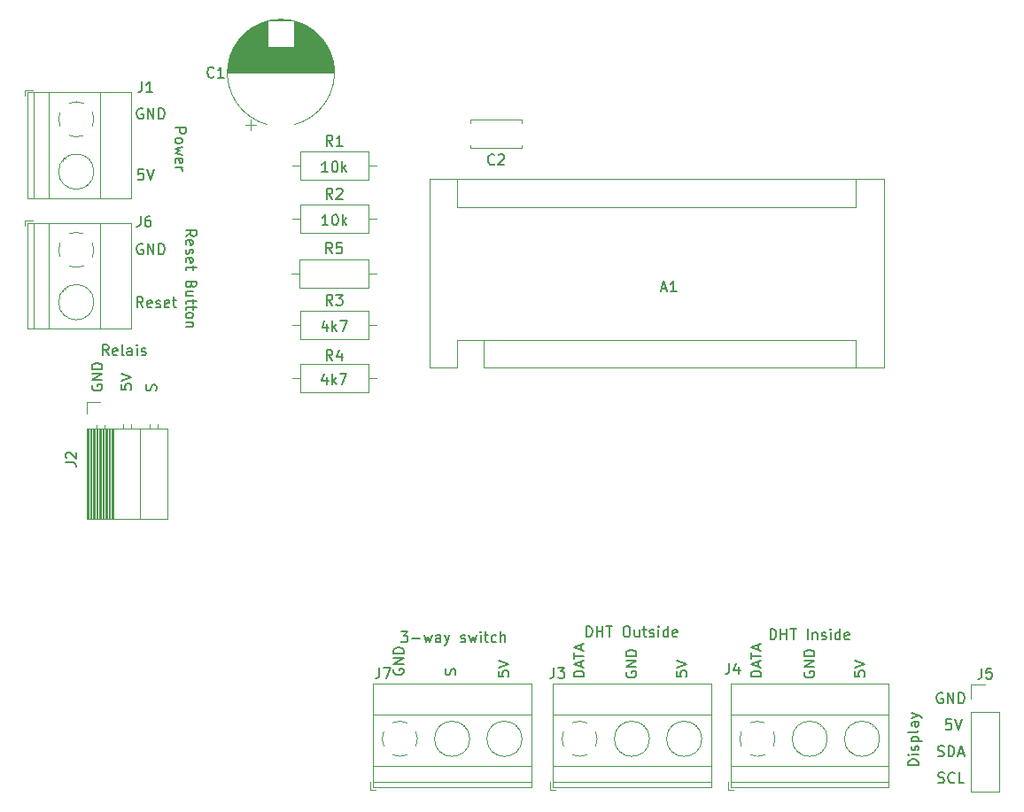
<source format=gbr>
%TF.GenerationSoftware,KiCad,Pcbnew,(6.0.6)*%
%TF.CreationDate,2022-06-23T22:13:12+02:00*%
%TF.ProjectId,dewpoint-pcb,64657770-6f69-46e7-942d-7063622e6b69,1.0*%
%TF.SameCoordinates,Original*%
%TF.FileFunction,Legend,Top*%
%TF.FilePolarity,Positive*%
%FSLAX46Y46*%
G04 Gerber Fmt 4.6, Leading zero omitted, Abs format (unit mm)*
G04 Created by KiCad (PCBNEW (6.0.6)) date 2022-06-23 22:13:12*
%MOMM*%
%LPD*%
G01*
G04 APERTURE LIST*
%ADD10C,0.150000*%
%ADD11C,0.120000*%
G04 APERTURE END LIST*
D10*
X117864000Y-99059904D02*
X117816380Y-99155142D01*
X117816380Y-99298000D01*
X117864000Y-99440857D01*
X117959238Y-99536095D01*
X118054476Y-99583714D01*
X118244952Y-99631333D01*
X118387809Y-99631333D01*
X118578285Y-99583714D01*
X118673523Y-99536095D01*
X118768761Y-99440857D01*
X118816380Y-99298000D01*
X118816380Y-99202761D01*
X118768761Y-99059904D01*
X118721142Y-99012285D01*
X118387809Y-99012285D01*
X118387809Y-99202761D01*
X118816380Y-98583714D02*
X117816380Y-98583714D01*
X118816380Y-98012285D01*
X117816380Y-98012285D01*
X118816380Y-97536095D02*
X117816380Y-97536095D01*
X117816380Y-97298000D01*
X117864000Y-97155142D01*
X117959238Y-97059904D01*
X118054476Y-97012285D01*
X118244952Y-96964666D01*
X118387809Y-96964666D01*
X118578285Y-97012285D01*
X118673523Y-97059904D01*
X118768761Y-97155142D01*
X118816380Y-97298000D01*
X118816380Y-97536095D01*
X105624380Y-98996476D02*
X105624380Y-99472666D01*
X106100571Y-99520285D01*
X106052952Y-99472666D01*
X106005333Y-99377428D01*
X106005333Y-99139333D01*
X106052952Y-99044095D01*
X106100571Y-98996476D01*
X106195809Y-98948857D01*
X106433904Y-98948857D01*
X106529142Y-98996476D01*
X106576761Y-99044095D01*
X106624380Y-99139333D01*
X106624380Y-99377428D01*
X106576761Y-99472666D01*
X106529142Y-99520285D01*
X105624380Y-98663142D02*
X106624380Y-98329809D01*
X105624380Y-97996476D01*
X88606380Y-98996476D02*
X88606380Y-99472666D01*
X89082571Y-99520285D01*
X89034952Y-99472666D01*
X88987333Y-99377428D01*
X88987333Y-99139333D01*
X89034952Y-99044095D01*
X89082571Y-98996476D01*
X89177809Y-98948857D01*
X89415904Y-98948857D01*
X89511142Y-98996476D01*
X89558761Y-99044095D01*
X89606380Y-99139333D01*
X89606380Y-99377428D01*
X89558761Y-99472666D01*
X89511142Y-99520285D01*
X88606380Y-98663142D02*
X89606380Y-98329809D01*
X88606380Y-97996476D01*
X114602095Y-95956380D02*
X114602095Y-94956380D01*
X114840190Y-94956380D01*
X114983047Y-95004000D01*
X115078285Y-95099238D01*
X115125904Y-95194476D01*
X115173523Y-95384952D01*
X115173523Y-95527809D01*
X115125904Y-95718285D01*
X115078285Y-95813523D01*
X114983047Y-95908761D01*
X114840190Y-95956380D01*
X114602095Y-95956380D01*
X115602095Y-95956380D02*
X115602095Y-94956380D01*
X115602095Y-95432571D02*
X116173523Y-95432571D01*
X116173523Y-95956380D02*
X116173523Y-94956380D01*
X116506857Y-94956380D02*
X117078285Y-94956380D01*
X116792571Y-95956380D02*
X116792571Y-94956380D01*
X118173523Y-95956380D02*
X118173523Y-94956380D01*
X118649714Y-95289714D02*
X118649714Y-95956380D01*
X118649714Y-95384952D02*
X118697333Y-95337333D01*
X118792571Y-95289714D01*
X118935428Y-95289714D01*
X119030666Y-95337333D01*
X119078285Y-95432571D01*
X119078285Y-95956380D01*
X119506857Y-95908761D02*
X119602095Y-95956380D01*
X119792571Y-95956380D01*
X119887809Y-95908761D01*
X119935428Y-95813523D01*
X119935428Y-95765904D01*
X119887809Y-95670666D01*
X119792571Y-95623047D01*
X119649714Y-95623047D01*
X119554476Y-95575428D01*
X119506857Y-95480190D01*
X119506857Y-95432571D01*
X119554476Y-95337333D01*
X119649714Y-95289714D01*
X119792571Y-95289714D01*
X119887809Y-95337333D01*
X120364000Y-95956380D02*
X120364000Y-95289714D01*
X120364000Y-94956380D02*
X120316380Y-95004000D01*
X120364000Y-95051619D01*
X120411619Y-95004000D01*
X120364000Y-94956380D01*
X120364000Y-95051619D01*
X121268761Y-95956380D02*
X121268761Y-94956380D01*
X121268761Y-95908761D02*
X121173523Y-95956380D01*
X120983047Y-95956380D01*
X120887809Y-95908761D01*
X120840190Y-95861142D01*
X120792571Y-95765904D01*
X120792571Y-95480190D01*
X120840190Y-95384952D01*
X120887809Y-95337333D01*
X120983047Y-95289714D01*
X121173523Y-95289714D01*
X121268761Y-95337333D01*
X122125904Y-95908761D02*
X122030666Y-95956380D01*
X121840190Y-95956380D01*
X121744952Y-95908761D01*
X121697333Y-95813523D01*
X121697333Y-95432571D01*
X121744952Y-95337333D01*
X121840190Y-95289714D01*
X122030666Y-95289714D01*
X122125904Y-95337333D01*
X122173523Y-95432571D01*
X122173523Y-95527809D01*
X121697333Y-95623047D01*
X96798380Y-99544000D02*
X95798380Y-99544000D01*
X95798380Y-99305904D01*
X95846000Y-99163047D01*
X95941238Y-99067809D01*
X96036476Y-99020190D01*
X96226952Y-98972571D01*
X96369809Y-98972571D01*
X96560285Y-99020190D01*
X96655523Y-99067809D01*
X96750761Y-99163047D01*
X96798380Y-99305904D01*
X96798380Y-99544000D01*
X96512666Y-98591619D02*
X96512666Y-98115428D01*
X96798380Y-98686857D02*
X95798380Y-98353523D01*
X96798380Y-98020190D01*
X95798380Y-97829714D02*
X95798380Y-97258285D01*
X96798380Y-97544000D02*
X95798380Y-97544000D01*
X96512666Y-96972571D02*
X96512666Y-96496380D01*
X96798380Y-97067809D02*
X95798380Y-96734476D01*
X96798380Y-96401142D01*
X54641904Y-64206380D02*
X54308571Y-63730190D01*
X54070476Y-64206380D02*
X54070476Y-63206380D01*
X54451428Y-63206380D01*
X54546666Y-63254000D01*
X54594285Y-63301619D01*
X54641904Y-63396857D01*
X54641904Y-63539714D01*
X54594285Y-63634952D01*
X54546666Y-63682571D01*
X54451428Y-63730190D01*
X54070476Y-63730190D01*
X55451428Y-64158761D02*
X55356190Y-64206380D01*
X55165714Y-64206380D01*
X55070476Y-64158761D01*
X55022857Y-64063523D01*
X55022857Y-63682571D01*
X55070476Y-63587333D01*
X55165714Y-63539714D01*
X55356190Y-63539714D01*
X55451428Y-63587333D01*
X55499047Y-63682571D01*
X55499047Y-63777809D01*
X55022857Y-63873047D01*
X55880000Y-64158761D02*
X55975238Y-64206380D01*
X56165714Y-64206380D01*
X56260952Y-64158761D01*
X56308571Y-64063523D01*
X56308571Y-64015904D01*
X56260952Y-63920666D01*
X56165714Y-63873047D01*
X56022857Y-63873047D01*
X55927619Y-63825428D01*
X55880000Y-63730190D01*
X55880000Y-63682571D01*
X55927619Y-63587333D01*
X56022857Y-63539714D01*
X56165714Y-63539714D01*
X56260952Y-63587333D01*
X57118095Y-64158761D02*
X57022857Y-64206380D01*
X56832380Y-64206380D01*
X56737142Y-64158761D01*
X56689523Y-64063523D01*
X56689523Y-63682571D01*
X56737142Y-63587333D01*
X56832380Y-63539714D01*
X57022857Y-63539714D01*
X57118095Y-63587333D01*
X57165714Y-63682571D01*
X57165714Y-63777809D01*
X56689523Y-63873047D01*
X57451428Y-63539714D02*
X57832380Y-63539714D01*
X57594285Y-63206380D02*
X57594285Y-64063523D01*
X57641904Y-64158761D01*
X57737142Y-64206380D01*
X57832380Y-64206380D01*
X122642380Y-98996476D02*
X122642380Y-99472666D01*
X123118571Y-99520285D01*
X123070952Y-99472666D01*
X123023333Y-99377428D01*
X123023333Y-99139333D01*
X123070952Y-99044095D01*
X123118571Y-98996476D01*
X123213809Y-98948857D01*
X123451904Y-98948857D01*
X123547142Y-98996476D01*
X123594761Y-99044095D01*
X123642380Y-99139333D01*
X123642380Y-99377428D01*
X123594761Y-99472666D01*
X123547142Y-99520285D01*
X122642380Y-98663142D02*
X123642380Y-98329809D01*
X122642380Y-97996476D01*
X54610095Y-58174000D02*
X54514857Y-58126380D01*
X54372000Y-58126380D01*
X54229142Y-58174000D01*
X54133904Y-58269238D01*
X54086285Y-58364476D01*
X54038666Y-58554952D01*
X54038666Y-58697809D01*
X54086285Y-58888285D01*
X54133904Y-58983523D01*
X54229142Y-59078761D01*
X54372000Y-59126380D01*
X54467238Y-59126380D01*
X54610095Y-59078761D01*
X54657714Y-59031142D01*
X54657714Y-58697809D01*
X54467238Y-58697809D01*
X55086285Y-59126380D02*
X55086285Y-58126380D01*
X55657714Y-59126380D01*
X55657714Y-58126380D01*
X56133904Y-59126380D02*
X56133904Y-58126380D01*
X56372000Y-58126380D01*
X56514857Y-58174000D01*
X56610095Y-58269238D01*
X56657714Y-58364476D01*
X56705333Y-58554952D01*
X56705333Y-58697809D01*
X56657714Y-58888285D01*
X56610095Y-58983523D01*
X56514857Y-59078761D01*
X56372000Y-59126380D01*
X56133904Y-59126380D01*
X54610095Y-45220000D02*
X54514857Y-45172380D01*
X54372000Y-45172380D01*
X54229142Y-45220000D01*
X54133904Y-45315238D01*
X54086285Y-45410476D01*
X54038666Y-45600952D01*
X54038666Y-45743809D01*
X54086285Y-45934285D01*
X54133904Y-46029523D01*
X54229142Y-46124761D01*
X54372000Y-46172380D01*
X54467238Y-46172380D01*
X54610095Y-46124761D01*
X54657714Y-46077142D01*
X54657714Y-45743809D01*
X54467238Y-45743809D01*
X55086285Y-46172380D02*
X55086285Y-45172380D01*
X55657714Y-46172380D01*
X55657714Y-45172380D01*
X56133904Y-46172380D02*
X56133904Y-45172380D01*
X56372000Y-45172380D01*
X56514857Y-45220000D01*
X56610095Y-45315238D01*
X56657714Y-45410476D01*
X56705333Y-45600952D01*
X56705333Y-45743809D01*
X56657714Y-45934285D01*
X56610095Y-46029523D01*
X56514857Y-46124761D01*
X56372000Y-46172380D01*
X56133904Y-46172380D01*
X131064095Y-101100000D02*
X130968857Y-101052380D01*
X130826000Y-101052380D01*
X130683142Y-101100000D01*
X130587904Y-101195238D01*
X130540285Y-101290476D01*
X130492666Y-101480952D01*
X130492666Y-101623809D01*
X130540285Y-101814285D01*
X130587904Y-101909523D01*
X130683142Y-102004761D01*
X130826000Y-102052380D01*
X130921238Y-102052380D01*
X131064095Y-102004761D01*
X131111714Y-101957142D01*
X131111714Y-101623809D01*
X130921238Y-101623809D01*
X131540285Y-102052380D02*
X131540285Y-101052380D01*
X132111714Y-102052380D01*
X132111714Y-101052380D01*
X132587904Y-102052380D02*
X132587904Y-101052380D01*
X132826000Y-101052380D01*
X132968857Y-101100000D01*
X133064095Y-101195238D01*
X133111714Y-101290476D01*
X133159333Y-101480952D01*
X133159333Y-101623809D01*
X133111714Y-101814285D01*
X133064095Y-101909523D01*
X132968857Y-102004761D01*
X132826000Y-102052380D01*
X132587904Y-102052380D01*
X79304190Y-95210380D02*
X79923238Y-95210380D01*
X79589904Y-95591333D01*
X79732761Y-95591333D01*
X79828000Y-95638952D01*
X79875619Y-95686571D01*
X79923238Y-95781809D01*
X79923238Y-96019904D01*
X79875619Y-96115142D01*
X79828000Y-96162761D01*
X79732761Y-96210380D01*
X79447047Y-96210380D01*
X79351809Y-96162761D01*
X79304190Y-96115142D01*
X80351809Y-95829428D02*
X81113714Y-95829428D01*
X81494666Y-95543714D02*
X81685142Y-96210380D01*
X81875619Y-95734190D01*
X82066095Y-96210380D01*
X82256571Y-95543714D01*
X83066095Y-96210380D02*
X83066095Y-95686571D01*
X83018476Y-95591333D01*
X82923238Y-95543714D01*
X82732761Y-95543714D01*
X82637523Y-95591333D01*
X83066095Y-96162761D02*
X82970857Y-96210380D01*
X82732761Y-96210380D01*
X82637523Y-96162761D01*
X82589904Y-96067523D01*
X82589904Y-95972285D01*
X82637523Y-95877047D01*
X82732761Y-95829428D01*
X82970857Y-95829428D01*
X83066095Y-95781809D01*
X83447047Y-95543714D02*
X83685142Y-96210380D01*
X83923238Y-95543714D02*
X83685142Y-96210380D01*
X83589904Y-96448476D01*
X83542285Y-96496095D01*
X83447047Y-96543714D01*
X85018476Y-96162761D02*
X85113714Y-96210380D01*
X85304190Y-96210380D01*
X85399428Y-96162761D01*
X85447047Y-96067523D01*
X85447047Y-96019904D01*
X85399428Y-95924666D01*
X85304190Y-95877047D01*
X85161333Y-95877047D01*
X85066095Y-95829428D01*
X85018476Y-95734190D01*
X85018476Y-95686571D01*
X85066095Y-95591333D01*
X85161333Y-95543714D01*
X85304190Y-95543714D01*
X85399428Y-95591333D01*
X85780380Y-95543714D02*
X85970857Y-96210380D01*
X86161333Y-95734190D01*
X86351809Y-96210380D01*
X86542285Y-95543714D01*
X86923238Y-96210380D02*
X86923238Y-95543714D01*
X86923238Y-95210380D02*
X86875619Y-95258000D01*
X86923238Y-95305619D01*
X86970857Y-95258000D01*
X86923238Y-95210380D01*
X86923238Y-95305619D01*
X87256571Y-95543714D02*
X87637523Y-95543714D01*
X87399428Y-95210380D02*
X87399428Y-96067523D01*
X87447047Y-96162761D01*
X87542285Y-96210380D01*
X87637523Y-96210380D01*
X88399428Y-96162761D02*
X88304190Y-96210380D01*
X88113714Y-96210380D01*
X88018476Y-96162761D01*
X87970857Y-96115142D01*
X87923238Y-96019904D01*
X87923238Y-95734190D01*
X87970857Y-95638952D01*
X88018476Y-95591333D01*
X88113714Y-95543714D01*
X88304190Y-95543714D01*
X88399428Y-95591333D01*
X88828000Y-96210380D02*
X88828000Y-95210380D01*
X89256571Y-96210380D02*
X89256571Y-95686571D01*
X89208952Y-95591333D01*
X89113714Y-95543714D01*
X88970857Y-95543714D01*
X88875619Y-95591333D01*
X88828000Y-95638952D01*
X131889523Y-103592380D02*
X131413333Y-103592380D01*
X131365714Y-104068571D01*
X131413333Y-104020952D01*
X131508571Y-103973333D01*
X131746666Y-103973333D01*
X131841904Y-104020952D01*
X131889523Y-104068571D01*
X131937142Y-104163809D01*
X131937142Y-104401904D01*
X131889523Y-104497142D01*
X131841904Y-104544761D01*
X131746666Y-104592380D01*
X131508571Y-104592380D01*
X131413333Y-104544761D01*
X131365714Y-104497142D01*
X132222857Y-103592380D02*
X132556190Y-104592380D01*
X132889523Y-103592380D01*
X97012666Y-95702380D02*
X97012666Y-94702380D01*
X97250761Y-94702380D01*
X97393619Y-94750000D01*
X97488857Y-94845238D01*
X97536476Y-94940476D01*
X97584095Y-95130952D01*
X97584095Y-95273809D01*
X97536476Y-95464285D01*
X97488857Y-95559523D01*
X97393619Y-95654761D01*
X97250761Y-95702380D01*
X97012666Y-95702380D01*
X98012666Y-95702380D02*
X98012666Y-94702380D01*
X98012666Y-95178571D02*
X98584095Y-95178571D01*
X98584095Y-95702380D02*
X98584095Y-94702380D01*
X98917428Y-94702380D02*
X99488857Y-94702380D01*
X99203142Y-95702380D02*
X99203142Y-94702380D01*
X100774571Y-94702380D02*
X100965047Y-94702380D01*
X101060285Y-94750000D01*
X101155523Y-94845238D01*
X101203142Y-95035714D01*
X101203142Y-95369047D01*
X101155523Y-95559523D01*
X101060285Y-95654761D01*
X100965047Y-95702380D01*
X100774571Y-95702380D01*
X100679333Y-95654761D01*
X100584095Y-95559523D01*
X100536476Y-95369047D01*
X100536476Y-95035714D01*
X100584095Y-94845238D01*
X100679333Y-94750000D01*
X100774571Y-94702380D01*
X102060285Y-95035714D02*
X102060285Y-95702380D01*
X101631714Y-95035714D02*
X101631714Y-95559523D01*
X101679333Y-95654761D01*
X101774571Y-95702380D01*
X101917428Y-95702380D01*
X102012666Y-95654761D01*
X102060285Y-95607142D01*
X102393619Y-95035714D02*
X102774571Y-95035714D01*
X102536476Y-94702380D02*
X102536476Y-95559523D01*
X102584095Y-95654761D01*
X102679333Y-95702380D01*
X102774571Y-95702380D01*
X103060285Y-95654761D02*
X103155523Y-95702380D01*
X103346000Y-95702380D01*
X103441238Y-95654761D01*
X103488857Y-95559523D01*
X103488857Y-95511904D01*
X103441238Y-95416666D01*
X103346000Y-95369047D01*
X103203142Y-95369047D01*
X103107904Y-95321428D01*
X103060285Y-95226190D01*
X103060285Y-95178571D01*
X103107904Y-95083333D01*
X103203142Y-95035714D01*
X103346000Y-95035714D01*
X103441238Y-95083333D01*
X103917428Y-95702380D02*
X103917428Y-95035714D01*
X103917428Y-94702380D02*
X103869809Y-94750000D01*
X103917428Y-94797619D01*
X103965047Y-94750000D01*
X103917428Y-94702380D01*
X103917428Y-94797619D01*
X104822190Y-95702380D02*
X104822190Y-94702380D01*
X104822190Y-95654761D02*
X104726952Y-95702380D01*
X104536476Y-95702380D01*
X104441238Y-95654761D01*
X104393619Y-95607142D01*
X104346000Y-95511904D01*
X104346000Y-95226190D01*
X104393619Y-95130952D01*
X104441238Y-95083333D01*
X104536476Y-95035714D01*
X104726952Y-95035714D01*
X104822190Y-95083333D01*
X105679333Y-95654761D02*
X105584095Y-95702380D01*
X105393619Y-95702380D01*
X105298380Y-95654761D01*
X105250761Y-95559523D01*
X105250761Y-95178571D01*
X105298380Y-95083333D01*
X105393619Y-95035714D01*
X105584095Y-95035714D01*
X105679333Y-95083333D01*
X105726952Y-95178571D01*
X105726952Y-95273809D01*
X105250761Y-95369047D01*
X128770380Y-107992380D02*
X127770380Y-107992380D01*
X127770380Y-107754285D01*
X127818000Y-107611428D01*
X127913238Y-107516190D01*
X128008476Y-107468571D01*
X128198952Y-107420952D01*
X128341809Y-107420952D01*
X128532285Y-107468571D01*
X128627523Y-107516190D01*
X128722761Y-107611428D01*
X128770380Y-107754285D01*
X128770380Y-107992380D01*
X128770380Y-106992380D02*
X128103714Y-106992380D01*
X127770380Y-106992380D02*
X127818000Y-107040000D01*
X127865619Y-106992380D01*
X127818000Y-106944761D01*
X127770380Y-106992380D01*
X127865619Y-106992380D01*
X128722761Y-106563809D02*
X128770380Y-106468571D01*
X128770380Y-106278095D01*
X128722761Y-106182857D01*
X128627523Y-106135238D01*
X128579904Y-106135238D01*
X128484666Y-106182857D01*
X128437047Y-106278095D01*
X128437047Y-106420952D01*
X128389428Y-106516190D01*
X128294190Y-106563809D01*
X128246571Y-106563809D01*
X128151333Y-106516190D01*
X128103714Y-106420952D01*
X128103714Y-106278095D01*
X128151333Y-106182857D01*
X128103714Y-105706666D02*
X129103714Y-105706666D01*
X128151333Y-105706666D02*
X128103714Y-105611428D01*
X128103714Y-105420952D01*
X128151333Y-105325714D01*
X128198952Y-105278095D01*
X128294190Y-105230476D01*
X128579904Y-105230476D01*
X128675142Y-105278095D01*
X128722761Y-105325714D01*
X128770380Y-105420952D01*
X128770380Y-105611428D01*
X128722761Y-105706666D01*
X128770380Y-104659047D02*
X128722761Y-104754285D01*
X128627523Y-104801904D01*
X127770380Y-104801904D01*
X128770380Y-103849523D02*
X128246571Y-103849523D01*
X128151333Y-103897142D01*
X128103714Y-103992380D01*
X128103714Y-104182857D01*
X128151333Y-104278095D01*
X128722761Y-103849523D02*
X128770380Y-103944761D01*
X128770380Y-104182857D01*
X128722761Y-104278095D01*
X128627523Y-104325714D01*
X128532285Y-104325714D01*
X128437047Y-104278095D01*
X128389428Y-104182857D01*
X128389428Y-103944761D01*
X128341809Y-103849523D01*
X128103714Y-103468571D02*
X128770380Y-103230476D01*
X128103714Y-102992380D02*
X128770380Y-103230476D01*
X129008476Y-103325714D01*
X129056095Y-103373333D01*
X129103714Y-103468571D01*
X54967238Y-71596285D02*
X54919619Y-71739142D01*
X54919619Y-71977238D01*
X54967238Y-72072476D01*
X55014857Y-72120095D01*
X55110095Y-72167714D01*
X55205333Y-72167714D01*
X55300571Y-72120095D01*
X55348190Y-72072476D01*
X55395809Y-71977238D01*
X55443428Y-71786761D01*
X55491047Y-71691523D01*
X55538666Y-71643904D01*
X55633904Y-71596285D01*
X55729142Y-71596285D01*
X55824380Y-71643904D01*
X55872000Y-71691523D01*
X55919619Y-71786761D01*
X55919619Y-72024857D01*
X55872000Y-72167714D01*
X58729619Y-57420380D02*
X59205809Y-57087047D01*
X58729619Y-56848952D02*
X59729619Y-56848952D01*
X59729619Y-57229904D01*
X59682000Y-57325142D01*
X59634380Y-57372761D01*
X59539142Y-57420380D01*
X59396285Y-57420380D01*
X59301047Y-57372761D01*
X59253428Y-57325142D01*
X59205809Y-57229904D01*
X59205809Y-56848952D01*
X58777238Y-58229904D02*
X58729619Y-58134666D01*
X58729619Y-57944190D01*
X58777238Y-57848952D01*
X58872476Y-57801333D01*
X59253428Y-57801333D01*
X59348666Y-57848952D01*
X59396285Y-57944190D01*
X59396285Y-58134666D01*
X59348666Y-58229904D01*
X59253428Y-58277523D01*
X59158190Y-58277523D01*
X59062952Y-57801333D01*
X58777238Y-58658476D02*
X58729619Y-58753714D01*
X58729619Y-58944190D01*
X58777238Y-59039428D01*
X58872476Y-59087047D01*
X58920095Y-59087047D01*
X59015333Y-59039428D01*
X59062952Y-58944190D01*
X59062952Y-58801333D01*
X59110571Y-58706095D01*
X59205809Y-58658476D01*
X59253428Y-58658476D01*
X59348666Y-58706095D01*
X59396285Y-58801333D01*
X59396285Y-58944190D01*
X59348666Y-59039428D01*
X58777238Y-59896571D02*
X58729619Y-59801333D01*
X58729619Y-59610857D01*
X58777238Y-59515619D01*
X58872476Y-59468000D01*
X59253428Y-59468000D01*
X59348666Y-59515619D01*
X59396285Y-59610857D01*
X59396285Y-59801333D01*
X59348666Y-59896571D01*
X59253428Y-59944190D01*
X59158190Y-59944190D01*
X59062952Y-59468000D01*
X59396285Y-60229904D02*
X59396285Y-60610857D01*
X59729619Y-60372761D02*
X58872476Y-60372761D01*
X58777238Y-60420380D01*
X58729619Y-60515619D01*
X58729619Y-60610857D01*
X59253428Y-62039428D02*
X59205809Y-62182285D01*
X59158190Y-62229904D01*
X59062952Y-62277523D01*
X58920095Y-62277523D01*
X58824857Y-62229904D01*
X58777238Y-62182285D01*
X58729619Y-62087047D01*
X58729619Y-61706095D01*
X59729619Y-61706095D01*
X59729619Y-62039428D01*
X59682000Y-62134666D01*
X59634380Y-62182285D01*
X59539142Y-62229904D01*
X59443904Y-62229904D01*
X59348666Y-62182285D01*
X59301047Y-62134666D01*
X59253428Y-62039428D01*
X59253428Y-61706095D01*
X59396285Y-63134666D02*
X58729619Y-63134666D01*
X59396285Y-62706095D02*
X58872476Y-62706095D01*
X58777238Y-62753714D01*
X58729619Y-62848952D01*
X58729619Y-62991809D01*
X58777238Y-63087047D01*
X58824857Y-63134666D01*
X59396285Y-63468000D02*
X59396285Y-63848952D01*
X59729619Y-63610857D02*
X58872476Y-63610857D01*
X58777238Y-63658476D01*
X58729619Y-63753714D01*
X58729619Y-63848952D01*
X59396285Y-64039428D02*
X59396285Y-64420380D01*
X59729619Y-64182285D02*
X58872476Y-64182285D01*
X58777238Y-64229904D01*
X58729619Y-64325142D01*
X58729619Y-64420380D01*
X58729619Y-64896571D02*
X58777238Y-64801333D01*
X58824857Y-64753714D01*
X58920095Y-64706095D01*
X59205809Y-64706095D01*
X59301047Y-64753714D01*
X59348666Y-64801333D01*
X59396285Y-64896571D01*
X59396285Y-65039428D01*
X59348666Y-65134666D01*
X59301047Y-65182285D01*
X59205809Y-65229904D01*
X58920095Y-65229904D01*
X58824857Y-65182285D01*
X58777238Y-65134666D01*
X58729619Y-65039428D01*
X58729619Y-64896571D01*
X59396285Y-65658476D02*
X58729619Y-65658476D01*
X59301047Y-65658476D02*
X59348666Y-65706095D01*
X59396285Y-65801333D01*
X59396285Y-65944190D01*
X59348666Y-66039428D01*
X59253428Y-66087047D01*
X58729619Y-66087047D01*
X130611714Y-107084761D02*
X130754571Y-107132380D01*
X130992666Y-107132380D01*
X131087904Y-107084761D01*
X131135523Y-107037142D01*
X131183142Y-106941904D01*
X131183142Y-106846666D01*
X131135523Y-106751428D01*
X131087904Y-106703809D01*
X130992666Y-106656190D01*
X130802190Y-106608571D01*
X130706952Y-106560952D01*
X130659333Y-106513333D01*
X130611714Y-106418095D01*
X130611714Y-106322857D01*
X130659333Y-106227619D01*
X130706952Y-106180000D01*
X130802190Y-106132380D01*
X131040285Y-106132380D01*
X131183142Y-106180000D01*
X131611714Y-107132380D02*
X131611714Y-106132380D01*
X131849809Y-106132380D01*
X131992666Y-106180000D01*
X132087904Y-106275238D01*
X132135523Y-106370476D01*
X132183142Y-106560952D01*
X132183142Y-106703809D01*
X132135523Y-106894285D01*
X132087904Y-106989523D01*
X131992666Y-107084761D01*
X131849809Y-107132380D01*
X131611714Y-107132380D01*
X132564095Y-106846666D02*
X133040285Y-106846666D01*
X132468857Y-107132380D02*
X132802190Y-106132380D01*
X133135523Y-107132380D01*
X130635523Y-109624761D02*
X130778380Y-109672380D01*
X131016476Y-109672380D01*
X131111714Y-109624761D01*
X131159333Y-109577142D01*
X131206952Y-109481904D01*
X131206952Y-109386666D01*
X131159333Y-109291428D01*
X131111714Y-109243809D01*
X131016476Y-109196190D01*
X130826000Y-109148571D01*
X130730761Y-109100952D01*
X130683142Y-109053333D01*
X130635523Y-108958095D01*
X130635523Y-108862857D01*
X130683142Y-108767619D01*
X130730761Y-108720000D01*
X130826000Y-108672380D01*
X131064095Y-108672380D01*
X131206952Y-108720000D01*
X132206952Y-109577142D02*
X132159333Y-109624761D01*
X132016476Y-109672380D01*
X131921238Y-109672380D01*
X131778380Y-109624761D01*
X131683142Y-109529523D01*
X131635523Y-109434285D01*
X131587904Y-109243809D01*
X131587904Y-109100952D01*
X131635523Y-108910476D01*
X131683142Y-108815238D01*
X131778380Y-108720000D01*
X131921238Y-108672380D01*
X132016476Y-108672380D01*
X132159333Y-108720000D01*
X132206952Y-108767619D01*
X133111714Y-109672380D02*
X132635523Y-109672380D01*
X132635523Y-108672380D01*
X51355809Y-68778380D02*
X51022476Y-68302190D01*
X50784380Y-68778380D02*
X50784380Y-67778380D01*
X51165333Y-67778380D01*
X51260571Y-67826000D01*
X51308190Y-67873619D01*
X51355809Y-67968857D01*
X51355809Y-68111714D01*
X51308190Y-68206952D01*
X51260571Y-68254571D01*
X51165333Y-68302190D01*
X50784380Y-68302190D01*
X52165333Y-68730761D02*
X52070095Y-68778380D01*
X51879619Y-68778380D01*
X51784380Y-68730761D01*
X51736761Y-68635523D01*
X51736761Y-68254571D01*
X51784380Y-68159333D01*
X51879619Y-68111714D01*
X52070095Y-68111714D01*
X52165333Y-68159333D01*
X52212952Y-68254571D01*
X52212952Y-68349809D01*
X51736761Y-68445047D01*
X52784380Y-68778380D02*
X52689142Y-68730761D01*
X52641523Y-68635523D01*
X52641523Y-67778380D01*
X53593904Y-68778380D02*
X53593904Y-68254571D01*
X53546285Y-68159333D01*
X53451047Y-68111714D01*
X53260571Y-68111714D01*
X53165333Y-68159333D01*
X53593904Y-68730761D02*
X53498666Y-68778380D01*
X53260571Y-68778380D01*
X53165333Y-68730761D01*
X53117714Y-68635523D01*
X53117714Y-68540285D01*
X53165333Y-68445047D01*
X53260571Y-68397428D01*
X53498666Y-68397428D01*
X53593904Y-68349809D01*
X54070095Y-68778380D02*
X54070095Y-68111714D01*
X54070095Y-67778380D02*
X54022476Y-67826000D01*
X54070095Y-67873619D01*
X54117714Y-67826000D01*
X54070095Y-67778380D01*
X54070095Y-67873619D01*
X54498666Y-68730761D02*
X54593904Y-68778380D01*
X54784380Y-68778380D01*
X54879619Y-68730761D01*
X54927238Y-68635523D01*
X54927238Y-68587904D01*
X54879619Y-68492666D01*
X54784380Y-68445047D01*
X54641523Y-68445047D01*
X54546285Y-68397428D01*
X54498666Y-68302190D01*
X54498666Y-68254571D01*
X54546285Y-68159333D01*
X54641523Y-68111714D01*
X54784380Y-68111714D01*
X54879619Y-68159333D01*
X113736380Y-99544000D02*
X112736380Y-99544000D01*
X112736380Y-99305904D01*
X112784000Y-99163047D01*
X112879238Y-99067809D01*
X112974476Y-99020190D01*
X113164952Y-98972571D01*
X113307809Y-98972571D01*
X113498285Y-99020190D01*
X113593523Y-99067809D01*
X113688761Y-99163047D01*
X113736380Y-99305904D01*
X113736380Y-99544000D01*
X113450666Y-98591619D02*
X113450666Y-98115428D01*
X113736380Y-98686857D02*
X112736380Y-98353523D01*
X113736380Y-98020190D01*
X112736380Y-97829714D02*
X112736380Y-97258285D01*
X113736380Y-97544000D02*
X112736380Y-97544000D01*
X113450666Y-96972571D02*
X113450666Y-96496380D01*
X113736380Y-97067809D02*
X112736380Y-96734476D01*
X113736380Y-96401142D01*
X78604000Y-98805904D02*
X78556380Y-98901142D01*
X78556380Y-99044000D01*
X78604000Y-99186857D01*
X78699238Y-99282095D01*
X78794476Y-99329714D01*
X78984952Y-99377333D01*
X79127809Y-99377333D01*
X79318285Y-99329714D01*
X79413523Y-99282095D01*
X79508761Y-99186857D01*
X79556380Y-99044000D01*
X79556380Y-98948761D01*
X79508761Y-98805904D01*
X79461142Y-98758285D01*
X79127809Y-98758285D01*
X79127809Y-98948761D01*
X79556380Y-98329714D02*
X78556380Y-98329714D01*
X79556380Y-97758285D01*
X78556380Y-97758285D01*
X79556380Y-97282095D02*
X78556380Y-97282095D01*
X78556380Y-97044000D01*
X78604000Y-96901142D01*
X78699238Y-96805904D01*
X78794476Y-96758285D01*
X78984952Y-96710666D01*
X79127809Y-96710666D01*
X79318285Y-96758285D01*
X79413523Y-96805904D01*
X79508761Y-96901142D01*
X79556380Y-97044000D01*
X79556380Y-97282095D01*
X54673523Y-51014380D02*
X54197333Y-51014380D01*
X54149714Y-51490571D01*
X54197333Y-51442952D01*
X54292571Y-51395333D01*
X54530666Y-51395333D01*
X54625904Y-51442952D01*
X54673523Y-51490571D01*
X54721142Y-51585809D01*
X54721142Y-51823904D01*
X54673523Y-51919142D01*
X54625904Y-51966761D01*
X54530666Y-52014380D01*
X54292571Y-52014380D01*
X54197333Y-51966761D01*
X54149714Y-51919142D01*
X55006857Y-51014380D02*
X55340190Y-52014380D01*
X55673523Y-51014380D01*
X52538380Y-71564476D02*
X52538380Y-72040666D01*
X53014571Y-72088285D01*
X52966952Y-72040666D01*
X52919333Y-71945428D01*
X52919333Y-71707333D01*
X52966952Y-71612095D01*
X53014571Y-71564476D01*
X53109809Y-71516857D01*
X53347904Y-71516857D01*
X53443142Y-71564476D01*
X53490761Y-71612095D01*
X53538380Y-71707333D01*
X53538380Y-71945428D01*
X53490761Y-72040666D01*
X53443142Y-72088285D01*
X52538380Y-71231142D02*
X53538380Y-70897809D01*
X52538380Y-70564476D01*
X84478761Y-99345714D02*
X84526380Y-99202857D01*
X84526380Y-98964761D01*
X84478761Y-98869523D01*
X84431142Y-98821904D01*
X84335904Y-98774285D01*
X84240666Y-98774285D01*
X84145428Y-98821904D01*
X84097809Y-98869523D01*
X84050190Y-98964761D01*
X84002571Y-99155238D01*
X83954952Y-99250476D01*
X83907333Y-99298095D01*
X83812095Y-99345714D01*
X83716857Y-99345714D01*
X83621619Y-99298095D01*
X83574000Y-99250476D01*
X83526380Y-99155238D01*
X83526380Y-98917142D01*
X83574000Y-98774285D01*
X57713619Y-47045809D02*
X58713619Y-47045809D01*
X58713619Y-47426761D01*
X58666000Y-47522000D01*
X58618380Y-47569619D01*
X58523142Y-47617238D01*
X58380285Y-47617238D01*
X58285047Y-47569619D01*
X58237428Y-47522000D01*
X58189809Y-47426761D01*
X58189809Y-47045809D01*
X57713619Y-48188666D02*
X57761238Y-48093428D01*
X57808857Y-48045809D01*
X57904095Y-47998190D01*
X58189809Y-47998190D01*
X58285047Y-48045809D01*
X58332666Y-48093428D01*
X58380285Y-48188666D01*
X58380285Y-48331523D01*
X58332666Y-48426761D01*
X58285047Y-48474380D01*
X58189809Y-48522000D01*
X57904095Y-48522000D01*
X57808857Y-48474380D01*
X57761238Y-48426761D01*
X57713619Y-48331523D01*
X57713619Y-48188666D01*
X58380285Y-48855333D02*
X57713619Y-49045809D01*
X58189809Y-49236285D01*
X57713619Y-49426761D01*
X58380285Y-49617238D01*
X57761238Y-50379142D02*
X57713619Y-50283904D01*
X57713619Y-50093428D01*
X57761238Y-49998190D01*
X57856476Y-49950571D01*
X58237428Y-49950571D01*
X58332666Y-49998190D01*
X58380285Y-50093428D01*
X58380285Y-50283904D01*
X58332666Y-50379142D01*
X58237428Y-50426761D01*
X58142190Y-50426761D01*
X58046952Y-49950571D01*
X57713619Y-50855333D02*
X58380285Y-50855333D01*
X58189809Y-50855333D02*
X58285047Y-50902952D01*
X58332666Y-50950571D01*
X58380285Y-51045809D01*
X58380285Y-51141047D01*
X49792000Y-71627904D02*
X49744380Y-71723142D01*
X49744380Y-71866000D01*
X49792000Y-72008857D01*
X49887238Y-72104095D01*
X49982476Y-72151714D01*
X50172952Y-72199333D01*
X50315809Y-72199333D01*
X50506285Y-72151714D01*
X50601523Y-72104095D01*
X50696761Y-72008857D01*
X50744380Y-71866000D01*
X50744380Y-71770761D01*
X50696761Y-71627904D01*
X50649142Y-71580285D01*
X50315809Y-71580285D01*
X50315809Y-71770761D01*
X50744380Y-71151714D02*
X49744380Y-71151714D01*
X50744380Y-70580285D01*
X49744380Y-70580285D01*
X50744380Y-70104095D02*
X49744380Y-70104095D01*
X49744380Y-69866000D01*
X49792000Y-69723142D01*
X49887238Y-69627904D01*
X49982476Y-69580285D01*
X50172952Y-69532666D01*
X50315809Y-69532666D01*
X50506285Y-69580285D01*
X50601523Y-69627904D01*
X50696761Y-69723142D01*
X50744380Y-69866000D01*
X50744380Y-70104095D01*
X100846000Y-99059904D02*
X100798380Y-99155142D01*
X100798380Y-99298000D01*
X100846000Y-99440857D01*
X100941238Y-99536095D01*
X101036476Y-99583714D01*
X101226952Y-99631333D01*
X101369809Y-99631333D01*
X101560285Y-99583714D01*
X101655523Y-99536095D01*
X101750761Y-99440857D01*
X101798380Y-99298000D01*
X101798380Y-99202761D01*
X101750761Y-99059904D01*
X101703142Y-99012285D01*
X101369809Y-99012285D01*
X101369809Y-99202761D01*
X101798380Y-98583714D02*
X100798380Y-98583714D01*
X101798380Y-98012285D01*
X100798380Y-98012285D01*
X101798380Y-97536095D02*
X100798380Y-97536095D01*
X100798380Y-97298000D01*
X100846000Y-97155142D01*
X100941238Y-97059904D01*
X101036476Y-97012285D01*
X101226952Y-96964666D01*
X101369809Y-96964666D01*
X101560285Y-97012285D01*
X101655523Y-97059904D01*
X101750761Y-97155142D01*
X101798380Y-97298000D01*
X101798380Y-97536095D01*
%TO.C,R5*%
X72731333Y-59042380D02*
X72398000Y-58566190D01*
X72159904Y-59042380D02*
X72159904Y-58042380D01*
X72540857Y-58042380D01*
X72636095Y-58090000D01*
X72683714Y-58137619D01*
X72731333Y-58232857D01*
X72731333Y-58375714D01*
X72683714Y-58470952D01*
X72636095Y-58518571D01*
X72540857Y-58566190D01*
X72159904Y-58566190D01*
X73636095Y-58042380D02*
X73159904Y-58042380D01*
X73112285Y-58518571D01*
X73159904Y-58470952D01*
X73255142Y-58423333D01*
X73493238Y-58423333D01*
X73588476Y-58470952D01*
X73636095Y-58518571D01*
X73683714Y-58613809D01*
X73683714Y-58851904D01*
X73636095Y-58947142D01*
X73588476Y-58994761D01*
X73493238Y-59042380D01*
X73255142Y-59042380D01*
X73159904Y-58994761D01*
X73112285Y-58947142D01*
%TO.C,R2*%
X72753333Y-53842380D02*
X72420000Y-53366190D01*
X72181904Y-53842380D02*
X72181904Y-52842380D01*
X72562857Y-52842380D01*
X72658095Y-52890000D01*
X72705714Y-52937619D01*
X72753333Y-53032857D01*
X72753333Y-53175714D01*
X72705714Y-53270952D01*
X72658095Y-53318571D01*
X72562857Y-53366190D01*
X72181904Y-53366190D01*
X73134285Y-52937619D02*
X73181904Y-52890000D01*
X73277142Y-52842380D01*
X73515238Y-52842380D01*
X73610476Y-52890000D01*
X73658095Y-52937619D01*
X73705714Y-53032857D01*
X73705714Y-53128095D01*
X73658095Y-53270952D01*
X73086666Y-53842380D01*
X73705714Y-53842380D01*
X72324761Y-56332380D02*
X71753333Y-56332380D01*
X72039047Y-56332380D02*
X72039047Y-55332380D01*
X71943809Y-55475238D01*
X71848571Y-55570476D01*
X71753333Y-55618095D01*
X72943809Y-55332380D02*
X73039047Y-55332380D01*
X73134285Y-55380000D01*
X73181904Y-55427619D01*
X73229523Y-55522857D01*
X73277142Y-55713333D01*
X73277142Y-55951428D01*
X73229523Y-56141904D01*
X73181904Y-56237142D01*
X73134285Y-56284761D01*
X73039047Y-56332380D01*
X72943809Y-56332380D01*
X72848571Y-56284761D01*
X72800952Y-56237142D01*
X72753333Y-56141904D01*
X72705714Y-55951428D01*
X72705714Y-55713333D01*
X72753333Y-55522857D01*
X72800952Y-55427619D01*
X72848571Y-55380000D01*
X72943809Y-55332380D01*
X73705714Y-56332380D02*
X73705714Y-55332380D01*
X73800952Y-55951428D02*
X74086666Y-56332380D01*
X74086666Y-55665714D02*
X73705714Y-56046666D01*
%TO.C,*%
%TO.C,J5*%
X134794666Y-98722380D02*
X134794666Y-99436666D01*
X134747047Y-99579523D01*
X134651809Y-99674761D01*
X134508952Y-99722380D01*
X134413714Y-99722380D01*
X135747047Y-98722380D02*
X135270857Y-98722380D01*
X135223238Y-99198571D01*
X135270857Y-99150952D01*
X135366095Y-99103333D01*
X135604190Y-99103333D01*
X135699428Y-99150952D01*
X135747047Y-99198571D01*
X135794666Y-99293809D01*
X135794666Y-99531904D01*
X135747047Y-99627142D01*
X135699428Y-99674761D01*
X135604190Y-99722380D01*
X135366095Y-99722380D01*
X135270857Y-99674761D01*
X135223238Y-99627142D01*
%TO.C,C1*%
X61401333Y-42134819D02*
X61353714Y-42182438D01*
X61210857Y-42230057D01*
X61115619Y-42230057D01*
X60972761Y-42182438D01*
X60877523Y-42087200D01*
X60829904Y-41991962D01*
X60782285Y-41801486D01*
X60782285Y-41658629D01*
X60829904Y-41468153D01*
X60877523Y-41372915D01*
X60972761Y-41277677D01*
X61115619Y-41230057D01*
X61210857Y-41230057D01*
X61353714Y-41277677D01*
X61401333Y-41325296D01*
X62353714Y-42230057D02*
X61782285Y-42230057D01*
X62068000Y-42230057D02*
X62068000Y-41230057D01*
X61972761Y-41372915D01*
X61877523Y-41468153D01*
X61782285Y-41515772D01*
%TO.C,*%
%TO.C,J7*%
X77246666Y-98653380D02*
X77246666Y-99367666D01*
X77199047Y-99510523D01*
X77103809Y-99605761D01*
X76960952Y-99653380D01*
X76865714Y-99653380D01*
X77627619Y-98653380D02*
X78294285Y-98653380D01*
X77865714Y-99653380D01*
%TO.C,A1*%
X104187714Y-62396666D02*
X104663904Y-62396666D01*
X104092476Y-62682380D02*
X104425809Y-61682380D01*
X104759142Y-62682380D01*
X105616285Y-62682380D02*
X105044857Y-62682380D01*
X105330571Y-62682380D02*
X105330571Y-61682380D01*
X105235333Y-61825238D01*
X105140095Y-61920476D01*
X105044857Y-61968095D01*
%TO.C,J3*%
X93918666Y-98653380D02*
X93918666Y-99367666D01*
X93871047Y-99510523D01*
X93775809Y-99605761D01*
X93632952Y-99653380D01*
X93537714Y-99653380D01*
X94299619Y-98653380D02*
X94918666Y-98653380D01*
X94585333Y-99034333D01*
X94728190Y-99034333D01*
X94823428Y-99081952D01*
X94871047Y-99129571D01*
X94918666Y-99224809D01*
X94918666Y-99462904D01*
X94871047Y-99558142D01*
X94823428Y-99605761D01*
X94728190Y-99653380D01*
X94442476Y-99653380D01*
X94347238Y-99605761D01*
X94299619Y-99558142D01*
%TO.C,J2*%
X47243380Y-79053333D02*
X47957666Y-79053333D01*
X48100523Y-79100952D01*
X48195761Y-79196190D01*
X48243380Y-79339047D01*
X48243380Y-79434285D01*
X47338619Y-78624761D02*
X47291000Y-78577142D01*
X47243380Y-78481904D01*
X47243380Y-78243809D01*
X47291000Y-78148571D01*
X47338619Y-78100952D01*
X47433857Y-78053333D01*
X47529095Y-78053333D01*
X47671952Y-78100952D01*
X48243380Y-78672380D01*
X48243380Y-78053333D01*
%TO.C,R3*%
X72753333Y-64002380D02*
X72420000Y-63526190D01*
X72181904Y-64002380D02*
X72181904Y-63002380D01*
X72562857Y-63002380D01*
X72658095Y-63050000D01*
X72705714Y-63097619D01*
X72753333Y-63192857D01*
X72753333Y-63335714D01*
X72705714Y-63430952D01*
X72658095Y-63478571D01*
X72562857Y-63526190D01*
X72181904Y-63526190D01*
X73086666Y-63002380D02*
X73705714Y-63002380D01*
X73372380Y-63383333D01*
X73515238Y-63383333D01*
X73610476Y-63430952D01*
X73658095Y-63478571D01*
X73705714Y-63573809D01*
X73705714Y-63811904D01*
X73658095Y-63907142D01*
X73610476Y-63954761D01*
X73515238Y-64002380D01*
X73229523Y-64002380D01*
X73134285Y-63954761D01*
X73086666Y-63907142D01*
X72229523Y-65825714D02*
X72229523Y-66492380D01*
X71991428Y-65444761D02*
X71753333Y-66159047D01*
X72372380Y-66159047D01*
X72753333Y-66492380D02*
X72753333Y-65492380D01*
X72848571Y-66111428D02*
X73134285Y-66492380D01*
X73134285Y-65825714D02*
X72753333Y-66206666D01*
X73467619Y-65492380D02*
X74134285Y-65492380D01*
X73705714Y-66492380D01*
%TO.C,J1*%
X54530666Y-42632380D02*
X54530666Y-43346666D01*
X54483047Y-43489523D01*
X54387809Y-43584761D01*
X54244952Y-43632380D01*
X54149714Y-43632380D01*
X55530666Y-43632380D02*
X54959238Y-43632380D01*
X55244952Y-43632380D02*
X55244952Y-42632380D01*
X55149714Y-42775238D01*
X55054476Y-42870476D01*
X54959238Y-42918095D01*
%TO.C,J4*%
X110664666Y-98258380D02*
X110664666Y-98972666D01*
X110617047Y-99115523D01*
X110521809Y-99210761D01*
X110378952Y-99258380D01*
X110283714Y-99258380D01*
X111569428Y-98591714D02*
X111569428Y-99258380D01*
X111331333Y-98210761D02*
X111093238Y-98925047D01*
X111712285Y-98925047D01*
%TO.C,R4*%
X72753333Y-69286380D02*
X72420000Y-68810190D01*
X72181904Y-69286380D02*
X72181904Y-68286380D01*
X72562857Y-68286380D01*
X72658095Y-68334000D01*
X72705714Y-68381619D01*
X72753333Y-68476857D01*
X72753333Y-68619714D01*
X72705714Y-68714952D01*
X72658095Y-68762571D01*
X72562857Y-68810190D01*
X72181904Y-68810190D01*
X73610476Y-68619714D02*
X73610476Y-69286380D01*
X73372380Y-68238761D02*
X73134285Y-68953047D01*
X73753333Y-68953047D01*
X72207523Y-70905714D02*
X72207523Y-71572380D01*
X71969428Y-70524761D02*
X71731333Y-71239047D01*
X72350380Y-71239047D01*
X72731333Y-71572380D02*
X72731333Y-70572380D01*
X72826571Y-71191428D02*
X73112285Y-71572380D01*
X73112285Y-70905714D02*
X72731333Y-71286666D01*
X73445619Y-70572380D02*
X74112285Y-70572380D01*
X73683714Y-71572380D01*
%TO.C,C2*%
X88225333Y-50482142D02*
X88177714Y-50529761D01*
X88034857Y-50577380D01*
X87939619Y-50577380D01*
X87796761Y-50529761D01*
X87701523Y-50434523D01*
X87653904Y-50339285D01*
X87606285Y-50148809D01*
X87606285Y-50005952D01*
X87653904Y-49815476D01*
X87701523Y-49720238D01*
X87796761Y-49625000D01*
X87939619Y-49577380D01*
X88034857Y-49577380D01*
X88177714Y-49625000D01*
X88225333Y-49672619D01*
X88606285Y-49672619D02*
X88653904Y-49625000D01*
X88749142Y-49577380D01*
X88987238Y-49577380D01*
X89082476Y-49625000D01*
X89130095Y-49672619D01*
X89177714Y-49767857D01*
X89177714Y-49863095D01*
X89130095Y-50005952D01*
X88558666Y-50577380D01*
X89177714Y-50577380D01*
%TO.C,J6*%
X54403666Y-55499380D02*
X54403666Y-56213666D01*
X54356047Y-56356523D01*
X54260809Y-56451761D01*
X54117952Y-56499380D01*
X54022714Y-56499380D01*
X55308428Y-55499380D02*
X55117952Y-55499380D01*
X55022714Y-55547000D01*
X54975095Y-55594619D01*
X54879857Y-55737476D01*
X54832238Y-55927952D01*
X54832238Y-56308904D01*
X54879857Y-56404142D01*
X54927476Y-56451761D01*
X55022714Y-56499380D01*
X55213190Y-56499380D01*
X55308428Y-56451761D01*
X55356047Y-56404142D01*
X55403666Y-56308904D01*
X55403666Y-56070809D01*
X55356047Y-55975571D01*
X55308428Y-55927952D01*
X55213190Y-55880333D01*
X55022714Y-55880333D01*
X54927476Y-55927952D01*
X54879857Y-55975571D01*
X54832238Y-56070809D01*
%TO.C,R1*%
X72753333Y-48762380D02*
X72420000Y-48286190D01*
X72181904Y-48762380D02*
X72181904Y-47762380D01*
X72562857Y-47762380D01*
X72658095Y-47810000D01*
X72705714Y-47857619D01*
X72753333Y-47952857D01*
X72753333Y-48095714D01*
X72705714Y-48190952D01*
X72658095Y-48238571D01*
X72562857Y-48286190D01*
X72181904Y-48286190D01*
X73705714Y-48762380D02*
X73134285Y-48762380D01*
X73420000Y-48762380D02*
X73420000Y-47762380D01*
X73324761Y-47905238D01*
X73229523Y-48000476D01*
X73134285Y-48048095D01*
X72302761Y-51252380D02*
X71731333Y-51252380D01*
X72017047Y-51252380D02*
X72017047Y-50252380D01*
X71921809Y-50395238D01*
X71826571Y-50490476D01*
X71731333Y-50538095D01*
X72921809Y-50252380D02*
X73017047Y-50252380D01*
X73112285Y-50300000D01*
X73159904Y-50347619D01*
X73207523Y-50442857D01*
X73255142Y-50633333D01*
X73255142Y-50871428D01*
X73207523Y-51061904D01*
X73159904Y-51157142D01*
X73112285Y-51204761D01*
X73017047Y-51252380D01*
X72921809Y-51252380D01*
X72826571Y-51204761D01*
X72778952Y-51157142D01*
X72731333Y-51061904D01*
X72683714Y-50871428D01*
X72683714Y-50633333D01*
X72731333Y-50442857D01*
X72778952Y-50347619D01*
X72826571Y-50300000D01*
X72921809Y-50252380D01*
X73683714Y-51252380D02*
X73683714Y-50252380D01*
X73778952Y-50871428D02*
X74064666Y-51252380D01*
X74064666Y-50585714D02*
X73683714Y-50966666D01*
D11*
%TO.C,R5*%
X76168000Y-59590000D02*
X69628000Y-59590000D01*
X69628000Y-62330000D02*
X76168000Y-62330000D01*
X76168000Y-62330000D02*
X76168000Y-59590000D01*
X69628000Y-59590000D02*
X69628000Y-62330000D01*
X68858000Y-60960000D02*
X69628000Y-60960000D01*
X76938000Y-60960000D02*
X76168000Y-60960000D01*
%TO.C,R2*%
X69650000Y-54390000D02*
X69650000Y-57130000D01*
X76190000Y-54390000D02*
X69650000Y-54390000D01*
X69650000Y-57130000D02*
X76190000Y-57130000D01*
X76190000Y-57130000D02*
X76190000Y-54390000D01*
X76960000Y-55760000D02*
X76190000Y-55760000D01*
X68880000Y-55760000D02*
X69650000Y-55760000D01*
%TO.C,J5*%
X133798000Y-101600000D02*
X133798000Y-100270000D01*
X133798000Y-100270000D02*
X135128000Y-100270000D01*
X133798000Y-102870000D02*
X133798000Y-110550000D01*
X133798000Y-110550000D02*
X136458000Y-110550000D01*
X136458000Y-102870000D02*
X136458000Y-110550000D01*
X133798000Y-102870000D02*
X136458000Y-102870000D01*
%TO.C,C1*%
X64818000Y-37656677D02*
X66577000Y-37656677D01*
X64929000Y-37576677D02*
X66577000Y-37576677D01*
X63095000Y-39896677D02*
X72541000Y-39896677D01*
X65109000Y-37456677D02*
X66577000Y-37456677D01*
X64443000Y-46757323D02*
X65443000Y-46757323D01*
X69059000Y-37096677D02*
X69855000Y-37096677D01*
X64139000Y-38256677D02*
X66577000Y-38256677D01*
X63111000Y-39856677D02*
X72525000Y-39856677D01*
X62760000Y-41297677D02*
X72876000Y-41297677D01*
X62921000Y-40416677D02*
X72715000Y-40416677D01*
X62740000Y-41617677D02*
X72896000Y-41617677D01*
X64382000Y-38016677D02*
X66577000Y-38016677D01*
X69059000Y-37656677D02*
X70818000Y-37656677D01*
X69059000Y-38376677D02*
X71607000Y-38376677D01*
X69059000Y-38816677D02*
X71956000Y-38816677D01*
X63378000Y-39296677D02*
X72258000Y-39296677D01*
X62994000Y-40176677D02*
X72642000Y-40176677D01*
X69059000Y-37816677D02*
X71024000Y-37816677D01*
X69059000Y-38056677D02*
X71296000Y-38056677D01*
X63738000Y-38736677D02*
X66577000Y-38736677D01*
X63893000Y-38536677D02*
X66577000Y-38536677D01*
X63035000Y-40056677D02*
X72601000Y-40056677D01*
X69059000Y-38616677D02*
X71807000Y-38616677D01*
X65379000Y-37296677D02*
X66577000Y-37296677D01*
X63234000Y-39576677D02*
X72402000Y-39576677D01*
X62933000Y-40376677D02*
X72703000Y-40376677D01*
X63335000Y-39376677D02*
X72301000Y-39376677D01*
X69059000Y-38096677D02*
X71338000Y-38096677D01*
X69059000Y-38656677D02*
X71838000Y-38656677D01*
X69059000Y-37416677D02*
X70463000Y-37416677D01*
X62794000Y-41016677D02*
X72842000Y-41016677D01*
X64029000Y-38376677D02*
X66577000Y-38376677D01*
X64102000Y-38296677D02*
X66577000Y-38296677D01*
X69059000Y-37056677D02*
X69762000Y-37056677D01*
X69059000Y-37376677D02*
X70397000Y-37376677D01*
X64065000Y-38336677D02*
X66577000Y-38336677D01*
X69059000Y-38336677D02*
X71571000Y-38336677D01*
X69059000Y-39256677D02*
X72235000Y-39256677D01*
X69059000Y-37136677D02*
X69943000Y-37136677D01*
X65529000Y-37216677D02*
X66577000Y-37216677D01*
X69059000Y-38696677D02*
X71868000Y-38696677D01*
X69059000Y-38296677D02*
X71534000Y-38296677D01*
X63401000Y-39256677D02*
X66577000Y-39256677D01*
X69059000Y-38256677D02*
X71497000Y-38256677D01*
X62745000Y-41497677D02*
X72891000Y-41497677D01*
X69059000Y-38216677D02*
X71458000Y-38216677D01*
X64471000Y-37936677D02*
X66577000Y-37936677D01*
X66076000Y-36976677D02*
X66577000Y-36976677D01*
X62743000Y-41537677D02*
X72893000Y-41537677D01*
X63144000Y-39776677D02*
X72492000Y-39776677D01*
X63021000Y-40096677D02*
X72615000Y-40096677D01*
X63293000Y-39456677D02*
X72343000Y-39456677D01*
X65239000Y-37376677D02*
X66577000Y-37376677D01*
X69059000Y-38016677D02*
X71254000Y-38016677D01*
X63994000Y-38416677D02*
X66577000Y-38416677D01*
X64257000Y-38136677D02*
X66577000Y-38136677D01*
X62890000Y-40536677D02*
X72746000Y-40536677D01*
X62741000Y-41577677D02*
X72895000Y-41577677D01*
X63861000Y-38576677D02*
X66577000Y-38576677D01*
X69059000Y-38856677D02*
X71984000Y-38856677D01*
X62880000Y-40576677D02*
X72756000Y-40576677D01*
X63050000Y-40016677D02*
X72586000Y-40016677D01*
X64764000Y-37696677D02*
X66577000Y-37696677D01*
X63179000Y-39696677D02*
X72457000Y-39696677D01*
X63829000Y-38616677D02*
X66577000Y-38616677D01*
X63064000Y-39976677D02*
X72572000Y-39976677D01*
X63215000Y-39616677D02*
X72421000Y-39616677D01*
X69059000Y-37336677D02*
X70328000Y-37336677D01*
X69059000Y-38576677D02*
X71775000Y-38576677D01*
X63652000Y-38856677D02*
X66577000Y-38856677D01*
X64712000Y-37736677D02*
X66577000Y-37736677D01*
X63571000Y-38976677D02*
X66577000Y-38976677D01*
X69059000Y-37536677D02*
X70648000Y-37536677D01*
X63273000Y-39496677D02*
X72363000Y-39496677D01*
X69059000Y-37896677D02*
X71119000Y-37896677D01*
X65453000Y-37256677D02*
X66577000Y-37256677D01*
X63314000Y-39416677D02*
X72322000Y-39416677D01*
X63798000Y-38656677D02*
X66577000Y-38656677D01*
X64988000Y-37536677D02*
X66577000Y-37536677D01*
X63768000Y-38696677D02*
X66577000Y-38696677D01*
X69059000Y-38976677D02*
X72065000Y-38976677D01*
X63007000Y-40136677D02*
X72629000Y-40136677D01*
X66188000Y-36936677D02*
X66577000Y-36936677D01*
X65874000Y-37056677D02*
X66577000Y-37056677D01*
X63708000Y-38776677D02*
X66577000Y-38776677D01*
X69059000Y-38456677D02*
X71676000Y-38456677D01*
X69059000Y-37296677D02*
X70257000Y-37296677D01*
X62738000Y-41697677D02*
X72898000Y-41697677D01*
X69059000Y-38176677D02*
X71419000Y-38176677D01*
X62788000Y-41056677D02*
X72848000Y-41056677D01*
X63495000Y-39096677D02*
X66577000Y-39096677D01*
X69059000Y-37216677D02*
X70107000Y-37216677D01*
X62800000Y-40976677D02*
X72836000Y-40976677D01*
X65308000Y-37336677D02*
X66577000Y-37336677D01*
X69059000Y-37976677D02*
X71210000Y-37976677D01*
X62981000Y-40216677D02*
X72655000Y-40216677D01*
X64612000Y-37816677D02*
X66577000Y-37816677D01*
X62814000Y-40896677D02*
X72822000Y-40896677D01*
X69059000Y-37856677D02*
X71072000Y-37856677D01*
X63356000Y-39336677D02*
X72280000Y-39336677D01*
X64178000Y-38216677D02*
X66577000Y-38216677D01*
X69059000Y-37576677D02*
X70707000Y-37576677D01*
X63624000Y-38896677D02*
X66577000Y-38896677D01*
X62956000Y-40296677D02*
X72680000Y-40296677D01*
X69059000Y-39096677D02*
X72141000Y-39096677D01*
X63960000Y-38456677D02*
X66577000Y-38456677D01*
X69059000Y-37936677D02*
X71165000Y-37936677D01*
X64873000Y-37616677D02*
X66577000Y-37616677D01*
X62753000Y-41377677D02*
X72883000Y-41377677D01*
X64340000Y-38056677D02*
X66577000Y-38056677D01*
X66308000Y-36896677D02*
X66577000Y-36896677D01*
X64564000Y-37856677D02*
X66577000Y-37856677D01*
X63254000Y-39536677D02*
X72382000Y-39536677D01*
X63423000Y-39216677D02*
X66577000Y-39216677D01*
X62844000Y-40736677D02*
X72792000Y-40736677D01*
X69059000Y-38936677D02*
X72039000Y-38936677D01*
X62968000Y-40256677D02*
X72668000Y-40256677D01*
X69059000Y-38896677D02*
X72012000Y-38896677D01*
X67219000Y-36696677D02*
X68417000Y-36696677D01*
X69059000Y-37456677D02*
X70527000Y-37456677D01*
X62768000Y-41217677D02*
X72868000Y-41217677D01*
X69059000Y-37176677D02*
X70027000Y-37176677D01*
X62871000Y-40616677D02*
X72765000Y-40616677D01*
X63520000Y-39056677D02*
X66577000Y-39056677D01*
X69059000Y-38136677D02*
X71379000Y-38136677D01*
X62783000Y-41097677D02*
X72853000Y-41097677D01*
X63128000Y-39816677D02*
X72508000Y-39816677D01*
X63545000Y-39016677D02*
X66577000Y-39016677D01*
X62750000Y-41417677D02*
X72886000Y-41417677D01*
X69059000Y-37736677D02*
X70924000Y-37736677D01*
X63471000Y-39136677D02*
X66577000Y-39136677D01*
X62778000Y-41137677D02*
X72858000Y-41137677D01*
X62821000Y-40856677D02*
X72815000Y-40856677D01*
X65972000Y-37016677D02*
X66577000Y-37016677D01*
X69059000Y-37776677D02*
X70974000Y-37776677D01*
X69059000Y-38776677D02*
X71928000Y-38776677D01*
X63926000Y-38496677D02*
X66577000Y-38496677D01*
X69059000Y-38416677D02*
X71642000Y-38416677D01*
X62748000Y-41457677D02*
X72888000Y-41457677D01*
X69059000Y-36936677D02*
X69448000Y-36936677D01*
X62900000Y-40496677D02*
X72736000Y-40496677D01*
X62911000Y-40456677D02*
X72725000Y-40456677D01*
X66756000Y-36776677D02*
X68880000Y-36776677D01*
X69059000Y-37496677D02*
X70588000Y-37496677D01*
X69059000Y-39016677D02*
X72091000Y-39016677D01*
X64517000Y-37896677D02*
X66577000Y-37896677D01*
X64298000Y-38096677D02*
X66577000Y-38096677D01*
X65048000Y-37496677D02*
X66577000Y-37496677D01*
X63080000Y-39936677D02*
X72556000Y-39936677D01*
X69059000Y-37616677D02*
X70763000Y-37616677D01*
X62836000Y-40776677D02*
X72800000Y-40776677D01*
X63447000Y-39176677D02*
X66577000Y-39176677D01*
X62944000Y-40336677D02*
X72692000Y-40336677D01*
X69059000Y-37696677D02*
X70872000Y-37696677D01*
X64217000Y-38176677D02*
X66577000Y-38176677D01*
X63197000Y-39656677D02*
X72439000Y-39656677D01*
X65609000Y-37176677D02*
X66577000Y-37176677D01*
X62828000Y-40816677D02*
X72808000Y-40816677D01*
X63161000Y-39736677D02*
X72475000Y-39736677D01*
X69059000Y-36896677D02*
X69328000Y-36896677D01*
X65781000Y-37096677D02*
X66577000Y-37096677D01*
X62773000Y-41177677D02*
X72863000Y-41177677D01*
X65173000Y-37416677D02*
X66577000Y-37416677D01*
X69059000Y-39176677D02*
X72189000Y-39176677D01*
X69059000Y-39056677D02*
X72116000Y-39056677D01*
X69059000Y-37256677D02*
X70183000Y-37256677D01*
X62756000Y-41337677D02*
X72880000Y-41337677D01*
X69059000Y-38736677D02*
X71898000Y-38736677D01*
X69059000Y-36856677D02*
X69196000Y-36856677D01*
X69059000Y-39136677D02*
X72165000Y-39136677D01*
X62739000Y-41657677D02*
X72897000Y-41657677D01*
X62853000Y-40696677D02*
X72783000Y-40696677D01*
X64943000Y-47257323D02*
X64943000Y-46257323D01*
X65693000Y-37136677D02*
X66577000Y-37136677D01*
X64662000Y-37776677D02*
X66577000Y-37776677D01*
X66956000Y-36736677D02*
X68680000Y-36736677D01*
X66440000Y-36856677D02*
X66577000Y-36856677D01*
X69059000Y-38496677D02*
X71710000Y-38496677D01*
X69059000Y-38536677D02*
X71743000Y-38536677D01*
X62807000Y-40936677D02*
X72829000Y-40936677D01*
X63680000Y-38816677D02*
X66577000Y-38816677D01*
X69059000Y-36976677D02*
X69560000Y-36976677D01*
X63597000Y-38936677D02*
X66577000Y-38936677D01*
X62764000Y-41257677D02*
X72872000Y-41257677D01*
X64426000Y-37976677D02*
X66577000Y-37976677D01*
X62862000Y-40656677D02*
X72774000Y-40656677D01*
X62738000Y-41777677D02*
X72898000Y-41777677D01*
X62738000Y-41737677D02*
X72898000Y-41737677D01*
X69059000Y-37016677D02*
X69664000Y-37016677D01*
X69059000Y-39216677D02*
X72213000Y-39216677D01*
X69078000Y-46740217D02*
G75*
G03*
X66558000Y-46740217I-1260000J4962540D01*
G01*
%TO.C,J7*%
X85254000Y-104186000D02*
X85219000Y-104222000D01*
X76624000Y-103160000D02*
X91744000Y-103160000D01*
X76384000Y-109621000D02*
X76384000Y-110361000D01*
X85459000Y-104392000D02*
X85412000Y-104438000D01*
X76384000Y-110361000D02*
X76884000Y-110361000D01*
X76624000Y-100200000D02*
X76624000Y-110121000D01*
X87957000Y-106484000D02*
X87910000Y-106530000D01*
X91744000Y-100200000D02*
X91744000Y-110121000D01*
X90459000Y-104392000D02*
X90412000Y-104438000D01*
X76624000Y-110121000D02*
X91744000Y-110121000D01*
X82957000Y-106484000D02*
X82910000Y-106530000D01*
X76624000Y-109561000D02*
X91744000Y-109561000D01*
X90254000Y-104186000D02*
X90219000Y-104222000D01*
X76624000Y-100200000D02*
X91744000Y-100200000D01*
X76624000Y-108061000D02*
X91744000Y-108061000D01*
X88150000Y-106700000D02*
X88115000Y-106735000D01*
X83150000Y-106700000D02*
X83115000Y-106735000D01*
X77649000Y-104777000D02*
G75*
G03*
X77648573Y-106144042I1534993J-684001D01*
G01*
X80719001Y-106145000D02*
G75*
G03*
X80719427Y-104777958I-1535001J684000D01*
G01*
X79868000Y-103926000D02*
G75*
G03*
X78500958Y-103925573I-684001J-1534993D01*
G01*
X79184000Y-107141000D02*
G75*
G03*
X79867318Y-106995756I0J1680000D01*
G01*
X78500000Y-106996000D02*
G75*
G03*
X79212805Y-107141253I683999J1535001D01*
G01*
X90864000Y-105461000D02*
G75*
G03*
X90864000Y-105461000I-1680000J0D01*
G01*
X85864000Y-105461000D02*
G75*
G03*
X85864000Y-105461000I-1680000J0D01*
G01*
%TO.C,A1*%
X87220000Y-67300000D02*
X122780000Y-67300000D01*
X87220000Y-67300000D02*
X87220000Y-69970000D01*
X84680000Y-54600000D02*
X84680000Y-51930000D01*
X82010000Y-51930000D02*
X82010000Y-69970000D01*
X122780000Y-54600000D02*
X122780000Y-51930000D01*
X87220000Y-69970000D02*
X125450000Y-69970000D01*
X87220000Y-67300000D02*
X84680000Y-67300000D01*
X125450000Y-69970000D02*
X125450000Y-51930000D01*
X122780000Y-67300000D02*
X122780000Y-69970000D01*
X84680000Y-54600000D02*
X122780000Y-54600000D01*
X84680000Y-67300000D02*
X84680000Y-69970000D01*
X82010000Y-69970000D02*
X84680000Y-69970000D01*
X125450000Y-51930000D02*
X82010000Y-51930000D01*
%TO.C,J3*%
X107639000Y-104392000D02*
X107592000Y-104438000D01*
X107434000Y-104186000D02*
X107399000Y-104222000D01*
X102434000Y-104186000D02*
X102399000Y-104222000D01*
X93804000Y-100200000D02*
X108924000Y-100200000D01*
X105330000Y-106700000D02*
X105295000Y-106735000D01*
X105137000Y-106484000D02*
X105090000Y-106530000D01*
X93804000Y-110121000D02*
X108924000Y-110121000D01*
X100137000Y-106484000D02*
X100090000Y-106530000D01*
X102639000Y-104392000D02*
X102592000Y-104438000D01*
X100330000Y-106700000D02*
X100295000Y-106735000D01*
X93804000Y-103160000D02*
X108924000Y-103160000D01*
X93804000Y-100200000D02*
X93804000Y-110121000D01*
X93804000Y-109561000D02*
X108924000Y-109561000D01*
X93804000Y-108061000D02*
X108924000Y-108061000D01*
X93564000Y-110361000D02*
X94064000Y-110361000D01*
X93564000Y-109621000D02*
X93564000Y-110361000D01*
X108924000Y-100200000D02*
X108924000Y-110121000D01*
X95680000Y-106996000D02*
G75*
G03*
X96392805Y-107141253I683999J1535001D01*
G01*
X97048000Y-103926000D02*
G75*
G03*
X95680958Y-103925573I-684001J-1534993D01*
G01*
X96364000Y-107141000D02*
G75*
G03*
X97047318Y-106995756I0J1680000D01*
G01*
X94829000Y-104777000D02*
G75*
G03*
X94828573Y-106144042I1534993J-684001D01*
G01*
X97899001Y-106145000D02*
G75*
G03*
X97899427Y-104777958I-1535001J684000D01*
G01*
X103044000Y-105461000D02*
G75*
G03*
X103044000Y-105461000I-1680000J0D01*
G01*
X108044000Y-105461000D02*
G75*
G03*
X108044000Y-105461000I-1680000J0D01*
G01*
%TO.C,J2*%
X49351000Y-84430000D02*
X49351000Y-75800000D01*
X56971000Y-84430000D02*
X56971000Y-75800000D01*
X50650045Y-84430000D02*
X50650045Y-75800000D01*
X50295760Y-84430000D02*
X50295760Y-75800000D01*
X49469095Y-84430000D02*
X49469095Y-75800000D01*
X51476710Y-84430000D02*
X51476710Y-75800000D01*
X56001000Y-75800000D02*
X56001000Y-75390000D01*
X51004330Y-84430000D02*
X51004330Y-75800000D01*
X50413855Y-84430000D02*
X50413855Y-75800000D01*
X49231000Y-84430000D02*
X56971000Y-84430000D01*
X50531950Y-84430000D02*
X50531950Y-75800000D01*
X51358615Y-84430000D02*
X51358615Y-75800000D01*
X50201000Y-75800000D02*
X50201000Y-75450000D01*
X54371000Y-84430000D02*
X54371000Y-75800000D01*
X50177665Y-84430000D02*
X50177665Y-75800000D01*
X50059570Y-84430000D02*
X50059570Y-75800000D01*
X49705285Y-84430000D02*
X49705285Y-75800000D01*
X55281000Y-75800000D02*
X55281000Y-75390000D01*
X49231000Y-73230000D02*
X50561000Y-73230000D01*
X52741000Y-75800000D02*
X52741000Y-75390000D01*
X51240520Y-84430000D02*
X51240520Y-75800000D01*
X51831000Y-84430000D02*
X51831000Y-75800000D01*
X49231000Y-84430000D02*
X49231000Y-75800000D01*
X51712900Y-84430000D02*
X51712900Y-75800000D01*
X53461000Y-75800000D02*
X53461000Y-75390000D01*
X50921000Y-75800000D02*
X50921000Y-75450000D01*
X49941475Y-84430000D02*
X49941475Y-75800000D01*
X50886235Y-84430000D02*
X50886235Y-75800000D01*
X49823380Y-84430000D02*
X49823380Y-75800000D01*
X49231000Y-75800000D02*
X56971000Y-75800000D01*
X49231000Y-74340000D02*
X49231000Y-73230000D01*
X51594805Y-84430000D02*
X51594805Y-75800000D01*
X51122425Y-84430000D02*
X51122425Y-75800000D01*
X50768140Y-84430000D02*
X50768140Y-75800000D01*
X49587190Y-84430000D02*
X49587190Y-75800000D01*
%TO.C,R3*%
X69650000Y-67290000D02*
X76190000Y-67290000D01*
X68880000Y-65920000D02*
X69650000Y-65920000D01*
X76960000Y-65920000D02*
X76190000Y-65920000D01*
X69650000Y-64550000D02*
X69650000Y-67290000D01*
X76190000Y-64550000D02*
X69650000Y-64550000D01*
X76190000Y-67290000D02*
X76190000Y-64550000D01*
%TO.C,J1*%
X49535000Y-52298000D02*
X49499000Y-52263000D01*
X53521000Y-43668000D02*
X53521000Y-53788000D01*
X43360000Y-43428000D02*
X43360000Y-43928000D01*
X44100000Y-43428000D02*
X43360000Y-43428000D01*
X47021000Y-50194000D02*
X46986000Y-50159000D01*
X49329000Y-52503000D02*
X49283000Y-52456000D01*
X44160000Y-43668000D02*
X44160000Y-53788000D01*
X47237000Y-50001000D02*
X47191000Y-49954000D01*
X43600000Y-43668000D02*
X43600000Y-53788000D01*
X53521000Y-53788000D02*
X43600000Y-53788000D01*
X45660000Y-43668000D02*
X45660000Y-53788000D01*
X50561000Y-43668000D02*
X50561000Y-53788000D01*
X53521000Y-43668000D02*
X43600000Y-43668000D01*
X46725000Y-45544000D02*
G75*
G03*
X46579747Y-46256805I1535001J-683999D01*
G01*
X46580000Y-46228000D02*
G75*
G03*
X46725244Y-46911318I1680000J0D01*
G01*
X48944000Y-44693000D02*
G75*
G03*
X47576958Y-44692573I-684001J-1534993D01*
G01*
X49795000Y-46912000D02*
G75*
G03*
X49795427Y-45544958I-1534993J684001D01*
G01*
X47576000Y-47763001D02*
G75*
G03*
X48943042Y-47763427I684000J1535001D01*
G01*
X49940000Y-51228000D02*
G75*
G03*
X49940000Y-51228000I-1680000J0D01*
G01*
%TO.C,J4*%
X124434000Y-104186000D02*
X124399000Y-104222000D01*
X110564000Y-109621000D02*
X110564000Y-110361000D01*
X119434000Y-104186000D02*
X119399000Y-104222000D01*
X125924000Y-100200000D02*
X125924000Y-110121000D01*
X122330000Y-106700000D02*
X122295000Y-106735000D01*
X110804000Y-103160000D02*
X125924000Y-103160000D01*
X110804000Y-100200000D02*
X125924000Y-100200000D01*
X110564000Y-110361000D02*
X111064000Y-110361000D01*
X110804000Y-110121000D02*
X125924000Y-110121000D01*
X117137000Y-106484000D02*
X117090000Y-106530000D01*
X124639000Y-104392000D02*
X124592000Y-104438000D01*
X110804000Y-108061000D02*
X125924000Y-108061000D01*
X117330000Y-106700000D02*
X117295000Y-106735000D01*
X122137000Y-106484000D02*
X122090000Y-106530000D01*
X110804000Y-109561000D02*
X125924000Y-109561000D01*
X119639000Y-104392000D02*
X119592000Y-104438000D01*
X110804000Y-100200000D02*
X110804000Y-110121000D01*
X112680000Y-106996000D02*
G75*
G03*
X113392805Y-107141253I683999J1535001D01*
G01*
X113364000Y-107141000D02*
G75*
G03*
X114047318Y-106995756I0J1680000D01*
G01*
X114899001Y-106145000D02*
G75*
G03*
X114899427Y-104777958I-1535001J684000D01*
G01*
X111829000Y-104777000D02*
G75*
G03*
X111828573Y-106144042I1534993J-684001D01*
G01*
X114048000Y-103926000D02*
G75*
G03*
X112680958Y-103925573I-684001J-1534993D01*
G01*
X125044000Y-105461000D02*
G75*
G03*
X125044000Y-105461000I-1680000J0D01*
G01*
X120044000Y-105461000D02*
G75*
G03*
X120044000Y-105461000I-1680000J0D01*
G01*
%TO.C,R4*%
X69650000Y-72370000D02*
X76190000Y-72370000D01*
X76190000Y-72370000D02*
X76190000Y-69630000D01*
X68880000Y-71000000D02*
X69650000Y-71000000D01*
X76190000Y-69630000D02*
X69650000Y-69630000D01*
X69650000Y-69630000D02*
X69650000Y-72370000D01*
X76960000Y-71000000D02*
X76190000Y-71000000D01*
%TO.C,C2*%
X85922000Y-48995000D02*
X85922000Y-48680000D01*
X90862000Y-46570000D02*
X90862000Y-46255000D01*
X90862000Y-48995000D02*
X90862000Y-48680000D01*
X90862000Y-48995000D02*
X85922000Y-48995000D01*
X85922000Y-46570000D02*
X85922000Y-46255000D01*
X90862000Y-46255000D02*
X85922000Y-46255000D01*
%TO.C,J6*%
X43600000Y-56154000D02*
X43600000Y-66274000D01*
X45660000Y-56154000D02*
X45660000Y-66274000D01*
X53521000Y-66274000D02*
X43600000Y-66274000D01*
X49535000Y-64784000D02*
X49499000Y-64749000D01*
X44160000Y-56154000D02*
X44160000Y-66274000D01*
X47237000Y-62487000D02*
X47191000Y-62440000D01*
X44100000Y-55914000D02*
X43360000Y-55914000D01*
X43360000Y-55914000D02*
X43360000Y-56414000D01*
X50561000Y-56154000D02*
X50561000Y-66274000D01*
X47021000Y-62680000D02*
X46986000Y-62645000D01*
X53521000Y-56154000D02*
X53521000Y-66274000D01*
X53521000Y-56154000D02*
X43600000Y-56154000D01*
X49329000Y-64989000D02*
X49283000Y-64942000D01*
X48944000Y-57179000D02*
G75*
G03*
X47576958Y-57178573I-684001J-1534993D01*
G01*
X46580000Y-58714000D02*
G75*
G03*
X46725244Y-59397318I1680000J0D01*
G01*
X46725000Y-58030000D02*
G75*
G03*
X46579747Y-58742805I1535001J-683999D01*
G01*
X49795000Y-59398000D02*
G75*
G03*
X49795427Y-58030958I-1534993J684001D01*
G01*
X47576000Y-60249001D02*
G75*
G03*
X48943042Y-60249427I684000J1535001D01*
G01*
X49940000Y-63714000D02*
G75*
G03*
X49940000Y-63714000I-1680000J0D01*
G01*
%TO.C,R1*%
X76190000Y-49310000D02*
X69650000Y-49310000D01*
X76190000Y-52050000D02*
X76190000Y-49310000D01*
X69650000Y-49310000D02*
X69650000Y-52050000D01*
X69650000Y-52050000D02*
X76190000Y-52050000D01*
X68880000Y-50680000D02*
X69650000Y-50680000D01*
X76960000Y-50680000D02*
X76190000Y-50680000D01*
%TD*%
M02*

</source>
